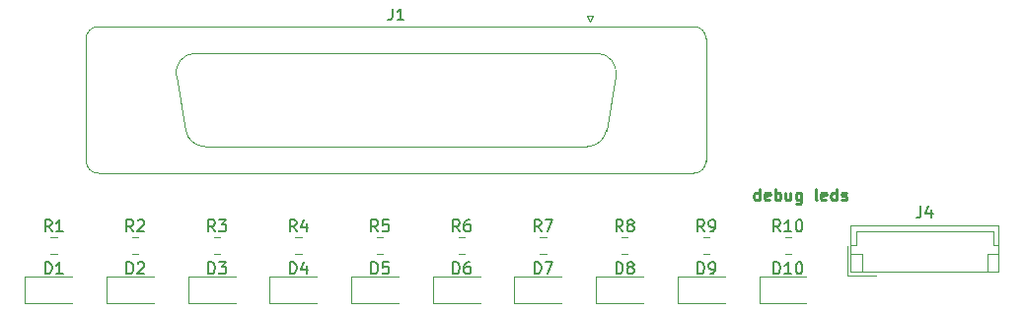
<source format=gbr>
%TF.GenerationSoftware,KiCad,Pcbnew,5.1.6-c6e7f7d~87~ubuntu20.04.1*%
%TF.CreationDate,2022-06-05T21:48:19+02:00*%
%TF.ProjectId,interface_up_left_side_arm,696e7465-7266-4616-9365-5f75705f6c65,rev?*%
%TF.SameCoordinates,PX770d850PY55ca120*%
%TF.FileFunction,Legend,Top*%
%TF.FilePolarity,Positive*%
%FSLAX46Y46*%
G04 Gerber Fmt 4.6, Leading zero omitted, Abs format (unit mm)*
G04 Created by KiCad (PCBNEW 5.1.6-c6e7f7d~87~ubuntu20.04.1) date 2022-06-05 21:48:19*
%MOMM*%
%LPD*%
G01*
G04 APERTURE LIST*
%ADD10C,0.250000*%
%ADD11C,0.120000*%
%ADD12C,0.150000*%
G04 APERTURE END LIST*
D10*
X64739640Y10809980D02*
X64739640Y11809980D01*
X64739640Y10857599D02*
X64644401Y10809980D01*
X64453925Y10809980D01*
X64358687Y10857599D01*
X64311068Y10905218D01*
X64263449Y11000456D01*
X64263449Y11286170D01*
X64311068Y11381408D01*
X64358687Y11429027D01*
X64453925Y11476646D01*
X64644401Y11476646D01*
X64739640Y11429027D01*
X65596782Y10857599D02*
X65501544Y10809980D01*
X65311068Y10809980D01*
X65215830Y10857599D01*
X65168211Y10952837D01*
X65168211Y11333789D01*
X65215830Y11429027D01*
X65311068Y11476646D01*
X65501544Y11476646D01*
X65596782Y11429027D01*
X65644401Y11333789D01*
X65644401Y11238551D01*
X65168211Y11143313D01*
X66072973Y10809980D02*
X66072973Y11809980D01*
X66072973Y11429027D02*
X66168211Y11476646D01*
X66358687Y11476646D01*
X66453925Y11429027D01*
X66501544Y11381408D01*
X66549163Y11286170D01*
X66549163Y11000456D01*
X66501544Y10905218D01*
X66453925Y10857599D01*
X66358687Y10809980D01*
X66168211Y10809980D01*
X66072973Y10857599D01*
X67406306Y11476646D02*
X67406306Y10809980D01*
X66977735Y11476646D02*
X66977735Y10952837D01*
X67025354Y10857599D01*
X67120592Y10809980D01*
X67263449Y10809980D01*
X67358687Y10857599D01*
X67406306Y10905218D01*
X68311068Y11476646D02*
X68311068Y10667122D01*
X68263449Y10571884D01*
X68215830Y10524265D01*
X68120592Y10476646D01*
X67977735Y10476646D01*
X67882497Y10524265D01*
X68311068Y10857599D02*
X68215830Y10809980D01*
X68025354Y10809980D01*
X67930116Y10857599D01*
X67882497Y10905218D01*
X67834878Y11000456D01*
X67834878Y11286170D01*
X67882497Y11381408D01*
X67930116Y11429027D01*
X68025354Y11476646D01*
X68215830Y11476646D01*
X68311068Y11429027D01*
X69692020Y10809980D02*
X69596782Y10857599D01*
X69549163Y10952837D01*
X69549163Y11809980D01*
X70453925Y10857599D02*
X70358687Y10809980D01*
X70168211Y10809980D01*
X70072973Y10857599D01*
X70025354Y10952837D01*
X70025354Y11333789D01*
X70072973Y11429027D01*
X70168211Y11476646D01*
X70358687Y11476646D01*
X70453925Y11429027D01*
X70501544Y11333789D01*
X70501544Y11238551D01*
X70025354Y11143313D01*
X71358687Y10809980D02*
X71358687Y11809980D01*
X71358687Y10857599D02*
X71263449Y10809980D01*
X71072973Y10809980D01*
X70977735Y10857599D01*
X70930116Y10905218D01*
X70882497Y11000456D01*
X70882497Y11286170D01*
X70930116Y11381408D01*
X70977735Y11429027D01*
X71072973Y11476646D01*
X71263449Y11476646D01*
X71358687Y11429027D01*
X71787259Y10857599D02*
X71882497Y10809980D01*
X72072973Y10809980D01*
X72168211Y10857599D01*
X72215830Y10952837D01*
X72215830Y11000456D01*
X72168211Y11095694D01*
X72072973Y11143313D01*
X71930116Y11143313D01*
X71834878Y11190932D01*
X71787259Y11286170D01*
X71787259Y11333789D01*
X71834878Y11429027D01*
X71930116Y11476646D01*
X72072973Y11476646D01*
X72168211Y11429027D01*
D11*
%TO.C,J1*%
X7994080Y25748440D02*
X59094080Y25748440D01*
X60154080Y24688440D02*
X60154080Y14188440D01*
X59094080Y13128440D02*
X7994080Y13128440D01*
X6934080Y14188440D02*
X6934080Y24688440D01*
X49914080Y26642778D02*
X50414080Y26642778D01*
X50414080Y26642778D02*
X50164080Y26209765D01*
X50164080Y26209765D02*
X49914080Y26642778D01*
X16312391Y23448440D02*
X50775769Y23448440D01*
X17141128Y15428440D02*
X49947032Y15428440D01*
X52410550Y21500184D02*
X51581813Y16800184D01*
X14677610Y21500184D02*
X15506347Y16800184D01*
X7994080Y25748440D02*
G75*
G03*
X6934080Y24688440I0J-1060000D01*
G01*
X60154080Y24688440D02*
G75*
G03*
X59094080Y25748440I-1060000J0D01*
G01*
X7994080Y13128440D02*
G75*
G02*
X6934080Y14188440I0J1060000D01*
G01*
X59094080Y13128440D02*
G75*
G03*
X60154080Y14188440I0J1060000D01*
G01*
X14677610Y21500184D02*
G75*
G02*
X16312391Y23448440I1634781J288256D01*
G01*
X52410550Y21500184D02*
G75*
G03*
X50775769Y23448440I-1634781J288256D01*
G01*
X15506347Y16800184D02*
G75*
G03*
X17141128Y15428440I1634781J288256D01*
G01*
X51581813Y16800184D02*
G75*
G02*
X49947032Y15428440I-1634781J288256D01*
G01*
%TO.C,J4*%
X72554080Y8666640D02*
X72554080Y4646640D01*
X72554080Y4646640D02*
X85274080Y4646640D01*
X85274080Y4646640D02*
X85274080Y8666640D01*
X85274080Y8666640D02*
X72554080Y8666640D01*
X72554080Y6956640D02*
X73054080Y6956640D01*
X73054080Y6956640D02*
X73054080Y8166640D01*
X73054080Y8166640D02*
X84774080Y8166640D01*
X84774080Y8166640D02*
X84774080Y6956640D01*
X84774080Y6956640D02*
X85274080Y6956640D01*
X72554080Y6146640D02*
X73554080Y6146640D01*
X73554080Y6146640D02*
X73554080Y4646640D01*
X85274080Y6146640D02*
X84274080Y6146640D01*
X84274080Y6146640D02*
X84274080Y4646640D01*
X72254080Y6846640D02*
X72254080Y4346640D01*
X72254080Y4346640D02*
X74754080Y4346640D01*
%TO.C,D1*%
X5764080Y4243940D02*
X1704080Y4243940D01*
X1704080Y4243940D02*
X1704080Y1973940D01*
X1704080Y1973940D02*
X5764080Y1973940D01*
%TO.C,D2*%
X12764080Y4243940D02*
X8704080Y4243940D01*
X8704080Y4243940D02*
X8704080Y1973940D01*
X8704080Y1973940D02*
X12764080Y1973940D01*
%TO.C,D3*%
X19764080Y4243940D02*
X15704080Y4243940D01*
X15704080Y4243940D02*
X15704080Y1973940D01*
X15704080Y1973940D02*
X19764080Y1973940D01*
%TO.C,D4*%
X22704080Y1973940D02*
X26764080Y1973940D01*
X22704080Y4243940D02*
X22704080Y1973940D01*
X26764080Y4243940D02*
X22704080Y4243940D01*
%TO.C,D5*%
X29704080Y1973940D02*
X33764080Y1973940D01*
X29704080Y4243940D02*
X29704080Y1973940D01*
X33764080Y4243940D02*
X29704080Y4243940D01*
%TO.C,D6*%
X40764080Y4243940D02*
X36704080Y4243940D01*
X36704080Y4243940D02*
X36704080Y1973940D01*
X36704080Y1973940D02*
X40764080Y1973940D01*
%TO.C,D7*%
X43704080Y1973940D02*
X47764080Y1973940D01*
X43704080Y4243940D02*
X43704080Y1973940D01*
X47764080Y4243940D02*
X43704080Y4243940D01*
%TO.C,D8*%
X50704080Y1973940D02*
X54764080Y1973940D01*
X50704080Y4243940D02*
X50704080Y1973940D01*
X54764080Y4243940D02*
X50704080Y4243940D01*
%TO.C,D9*%
X61764080Y4243940D02*
X57704080Y4243940D01*
X57704080Y4243940D02*
X57704080Y1973940D01*
X57704080Y1973940D02*
X61764080Y1973940D01*
%TO.C,D10*%
X64704080Y1973940D02*
X68764080Y1973940D01*
X64704080Y4243940D02*
X64704080Y1973940D01*
X68764080Y4243940D02*
X64704080Y4243940D01*
%TO.C,R1*%
X3905502Y6212740D02*
X4422658Y6212740D01*
X3905502Y7632740D02*
X4422658Y7632740D01*
%TO.C,R2*%
X10905502Y7632740D02*
X11422658Y7632740D01*
X10905502Y6212740D02*
X11422658Y6212740D01*
%TO.C,R3*%
X17905502Y7632740D02*
X18422658Y7632740D01*
X17905502Y6212740D02*
X18422658Y6212740D01*
%TO.C,R4*%
X24905502Y6212740D02*
X25422658Y6212740D01*
X24905502Y7632740D02*
X25422658Y7632740D01*
%TO.C,R5*%
X31905502Y6212740D02*
X32422658Y6212740D01*
X31905502Y7632740D02*
X32422658Y7632740D01*
%TO.C,R6*%
X38905502Y7632740D02*
X39422658Y7632740D01*
X38905502Y6212740D02*
X39422658Y6212740D01*
%TO.C,R7*%
X45905502Y6212740D02*
X46422658Y6212740D01*
X45905502Y7632740D02*
X46422658Y7632740D01*
%TO.C,R8*%
X52905502Y7632740D02*
X53422658Y7632740D01*
X52905502Y6212740D02*
X53422658Y6212740D01*
%TO.C,R9*%
X59905502Y6212740D02*
X60422658Y6212740D01*
X59905502Y7632740D02*
X60422658Y7632740D01*
%TO.C,R10*%
X66905502Y7632740D02*
X67422658Y7632740D01*
X66905502Y6212740D02*
X67422658Y6212740D01*
%TO.C,J1*%
D12*
X33210746Y27296060D02*
X33210746Y26581774D01*
X33163127Y26438917D01*
X33067889Y26343679D01*
X32925032Y26296060D01*
X32829794Y26296060D01*
X34210746Y26296060D02*
X33639318Y26296060D01*
X33925032Y26296060D02*
X33925032Y27296060D01*
X33829794Y27153202D01*
X33734556Y27057964D01*
X33639318Y27010345D01*
%TO.C,J4*%
X78580746Y10304260D02*
X78580746Y9589974D01*
X78533127Y9447117D01*
X78437889Y9351879D01*
X78295032Y9304260D01*
X78199794Y9304260D01*
X79485508Y9970926D02*
X79485508Y9304260D01*
X79247413Y10351879D02*
X79009318Y9637593D01*
X79628365Y9637593D01*
%TO.C,D1*%
X3425984Y4476560D02*
X3425984Y5476560D01*
X3664080Y5476560D01*
X3806937Y5428940D01*
X3902175Y5333702D01*
X3949794Y5238464D01*
X3997413Y5047988D01*
X3997413Y4905131D01*
X3949794Y4714655D01*
X3902175Y4619417D01*
X3806937Y4524179D01*
X3664080Y4476560D01*
X3425984Y4476560D01*
X4949794Y4476560D02*
X4378365Y4476560D01*
X4664080Y4476560D02*
X4664080Y5476560D01*
X4568841Y5333702D01*
X4473603Y5238464D01*
X4378365Y5190845D01*
%TO.C,D2*%
X10425984Y4476560D02*
X10425984Y5476560D01*
X10664080Y5476560D01*
X10806937Y5428940D01*
X10902175Y5333702D01*
X10949794Y5238464D01*
X10997413Y5047988D01*
X10997413Y4905131D01*
X10949794Y4714655D01*
X10902175Y4619417D01*
X10806937Y4524179D01*
X10664080Y4476560D01*
X10425984Y4476560D01*
X11378365Y5381321D02*
X11425984Y5428940D01*
X11521222Y5476560D01*
X11759318Y5476560D01*
X11854556Y5428940D01*
X11902175Y5381321D01*
X11949794Y5286083D01*
X11949794Y5190845D01*
X11902175Y5047988D01*
X11330746Y4476560D01*
X11949794Y4476560D01*
%TO.C,D3*%
X17425984Y4476560D02*
X17425984Y5476560D01*
X17664080Y5476560D01*
X17806937Y5428940D01*
X17902175Y5333702D01*
X17949794Y5238464D01*
X17997413Y5047988D01*
X17997413Y4905131D01*
X17949794Y4714655D01*
X17902175Y4619417D01*
X17806937Y4524179D01*
X17664080Y4476560D01*
X17425984Y4476560D01*
X18330746Y5476560D02*
X18949794Y5476560D01*
X18616460Y5095607D01*
X18759318Y5095607D01*
X18854556Y5047988D01*
X18902175Y5000369D01*
X18949794Y4905131D01*
X18949794Y4667036D01*
X18902175Y4571798D01*
X18854556Y4524179D01*
X18759318Y4476560D01*
X18473603Y4476560D01*
X18378365Y4524179D01*
X18330746Y4571798D01*
%TO.C,D4*%
X24425984Y4476560D02*
X24425984Y5476560D01*
X24664080Y5476560D01*
X24806937Y5428940D01*
X24902175Y5333702D01*
X24949794Y5238464D01*
X24997413Y5047988D01*
X24997413Y4905131D01*
X24949794Y4714655D01*
X24902175Y4619417D01*
X24806937Y4524179D01*
X24664080Y4476560D01*
X24425984Y4476560D01*
X25854556Y5143226D02*
X25854556Y4476560D01*
X25616460Y5524179D02*
X25378365Y4809893D01*
X25997413Y4809893D01*
%TO.C,D5*%
X31425984Y4476560D02*
X31425984Y5476560D01*
X31664080Y5476560D01*
X31806937Y5428940D01*
X31902175Y5333702D01*
X31949794Y5238464D01*
X31997413Y5047988D01*
X31997413Y4905131D01*
X31949794Y4714655D01*
X31902175Y4619417D01*
X31806937Y4524179D01*
X31664080Y4476560D01*
X31425984Y4476560D01*
X32902175Y5476560D02*
X32425984Y5476560D01*
X32378365Y5000369D01*
X32425984Y5047988D01*
X32521222Y5095607D01*
X32759318Y5095607D01*
X32854556Y5047988D01*
X32902175Y5000369D01*
X32949794Y4905131D01*
X32949794Y4667036D01*
X32902175Y4571798D01*
X32854556Y4524179D01*
X32759318Y4476560D01*
X32521222Y4476560D01*
X32425984Y4524179D01*
X32378365Y4571798D01*
%TO.C,D6*%
X38425984Y4476560D02*
X38425984Y5476560D01*
X38664080Y5476560D01*
X38806937Y5428940D01*
X38902175Y5333702D01*
X38949794Y5238464D01*
X38997413Y5047988D01*
X38997413Y4905131D01*
X38949794Y4714655D01*
X38902175Y4619417D01*
X38806937Y4524179D01*
X38664080Y4476560D01*
X38425984Y4476560D01*
X39854556Y5476560D02*
X39664080Y5476560D01*
X39568841Y5428940D01*
X39521222Y5381321D01*
X39425984Y5238464D01*
X39378365Y5047988D01*
X39378365Y4667036D01*
X39425984Y4571798D01*
X39473603Y4524179D01*
X39568841Y4476560D01*
X39759318Y4476560D01*
X39854556Y4524179D01*
X39902175Y4571798D01*
X39949794Y4667036D01*
X39949794Y4905131D01*
X39902175Y5000369D01*
X39854556Y5047988D01*
X39759318Y5095607D01*
X39568841Y5095607D01*
X39473603Y5047988D01*
X39425984Y5000369D01*
X39378365Y4905131D01*
%TO.C,D7*%
X45425984Y4476560D02*
X45425984Y5476560D01*
X45664080Y5476560D01*
X45806937Y5428940D01*
X45902175Y5333702D01*
X45949794Y5238464D01*
X45997413Y5047988D01*
X45997413Y4905131D01*
X45949794Y4714655D01*
X45902175Y4619417D01*
X45806937Y4524179D01*
X45664080Y4476560D01*
X45425984Y4476560D01*
X46330746Y5476560D02*
X46997413Y5476560D01*
X46568841Y4476560D01*
%TO.C,D8*%
X52425984Y4476560D02*
X52425984Y5476560D01*
X52664080Y5476560D01*
X52806937Y5428940D01*
X52902175Y5333702D01*
X52949794Y5238464D01*
X52997413Y5047988D01*
X52997413Y4905131D01*
X52949794Y4714655D01*
X52902175Y4619417D01*
X52806937Y4524179D01*
X52664080Y4476560D01*
X52425984Y4476560D01*
X53568841Y5047988D02*
X53473603Y5095607D01*
X53425984Y5143226D01*
X53378365Y5238464D01*
X53378365Y5286083D01*
X53425984Y5381321D01*
X53473603Y5428940D01*
X53568841Y5476560D01*
X53759318Y5476560D01*
X53854556Y5428940D01*
X53902175Y5381321D01*
X53949794Y5286083D01*
X53949794Y5238464D01*
X53902175Y5143226D01*
X53854556Y5095607D01*
X53759318Y5047988D01*
X53568841Y5047988D01*
X53473603Y5000369D01*
X53425984Y4952750D01*
X53378365Y4857512D01*
X53378365Y4667036D01*
X53425984Y4571798D01*
X53473603Y4524179D01*
X53568841Y4476560D01*
X53759318Y4476560D01*
X53854556Y4524179D01*
X53902175Y4571798D01*
X53949794Y4667036D01*
X53949794Y4857512D01*
X53902175Y4952750D01*
X53854556Y5000369D01*
X53759318Y5047988D01*
%TO.C,D9*%
X59425984Y4476560D02*
X59425984Y5476560D01*
X59664080Y5476560D01*
X59806937Y5428940D01*
X59902175Y5333702D01*
X59949794Y5238464D01*
X59997413Y5047988D01*
X59997413Y4905131D01*
X59949794Y4714655D01*
X59902175Y4619417D01*
X59806937Y4524179D01*
X59664080Y4476560D01*
X59425984Y4476560D01*
X60473603Y4476560D02*
X60664080Y4476560D01*
X60759318Y4524179D01*
X60806937Y4571798D01*
X60902175Y4714655D01*
X60949794Y4905131D01*
X60949794Y5286083D01*
X60902175Y5381321D01*
X60854556Y5428940D01*
X60759318Y5476560D01*
X60568841Y5476560D01*
X60473603Y5428940D01*
X60425984Y5381321D01*
X60378365Y5286083D01*
X60378365Y5047988D01*
X60425984Y4952750D01*
X60473603Y4905131D01*
X60568841Y4857512D01*
X60759318Y4857512D01*
X60854556Y4905131D01*
X60902175Y4952750D01*
X60949794Y5047988D01*
%TO.C,D10*%
X65949794Y4476560D02*
X65949794Y5476560D01*
X66187889Y5476560D01*
X66330746Y5428940D01*
X66425984Y5333702D01*
X66473603Y5238464D01*
X66521222Y5047988D01*
X66521222Y4905131D01*
X66473603Y4714655D01*
X66425984Y4619417D01*
X66330746Y4524179D01*
X66187889Y4476560D01*
X65949794Y4476560D01*
X67473603Y4476560D02*
X66902175Y4476560D01*
X67187889Y4476560D02*
X67187889Y5476560D01*
X67092651Y5333702D01*
X66997413Y5238464D01*
X66902175Y5190845D01*
X68092651Y5476560D02*
X68187889Y5476560D01*
X68283127Y5428940D01*
X68330746Y5381321D01*
X68378365Y5286083D01*
X68425984Y5095607D01*
X68425984Y4857512D01*
X68378365Y4667036D01*
X68330746Y4571798D01*
X68283127Y4524179D01*
X68187889Y4476560D01*
X68092651Y4476560D01*
X67997413Y4524179D01*
X67949794Y4571798D01*
X67902175Y4667036D01*
X67854556Y4857512D01*
X67854556Y5095607D01*
X67902175Y5286083D01*
X67949794Y5381321D01*
X67997413Y5428940D01*
X68092651Y5476560D01*
%TO.C,R1*%
X3997413Y8120360D02*
X3664080Y8596550D01*
X3425984Y8120360D02*
X3425984Y9120360D01*
X3806937Y9120360D01*
X3902175Y9072740D01*
X3949794Y9025121D01*
X3997413Y8929883D01*
X3997413Y8787026D01*
X3949794Y8691788D01*
X3902175Y8644169D01*
X3806937Y8596550D01*
X3425984Y8596550D01*
X4949794Y8120360D02*
X4378365Y8120360D01*
X4664080Y8120360D02*
X4664080Y9120360D01*
X4568841Y8977502D01*
X4473603Y8882264D01*
X4378365Y8834645D01*
%TO.C,R2*%
X10997413Y8120360D02*
X10664080Y8596550D01*
X10425984Y8120360D02*
X10425984Y9120360D01*
X10806937Y9120360D01*
X10902175Y9072740D01*
X10949794Y9025121D01*
X10997413Y8929883D01*
X10997413Y8787026D01*
X10949794Y8691788D01*
X10902175Y8644169D01*
X10806937Y8596550D01*
X10425984Y8596550D01*
X11378365Y9025121D02*
X11425984Y9072740D01*
X11521222Y9120360D01*
X11759318Y9120360D01*
X11854556Y9072740D01*
X11902175Y9025121D01*
X11949794Y8929883D01*
X11949794Y8834645D01*
X11902175Y8691788D01*
X11330746Y8120360D01*
X11949794Y8120360D01*
%TO.C,R3*%
X17997413Y8120360D02*
X17664080Y8596550D01*
X17425984Y8120360D02*
X17425984Y9120360D01*
X17806937Y9120360D01*
X17902175Y9072740D01*
X17949794Y9025121D01*
X17997413Y8929883D01*
X17997413Y8787026D01*
X17949794Y8691788D01*
X17902175Y8644169D01*
X17806937Y8596550D01*
X17425984Y8596550D01*
X18330746Y9120360D02*
X18949794Y9120360D01*
X18616460Y8739407D01*
X18759318Y8739407D01*
X18854556Y8691788D01*
X18902175Y8644169D01*
X18949794Y8548931D01*
X18949794Y8310836D01*
X18902175Y8215598D01*
X18854556Y8167979D01*
X18759318Y8120360D01*
X18473603Y8120360D01*
X18378365Y8167979D01*
X18330746Y8215598D01*
%TO.C,R4*%
X24997413Y8120360D02*
X24664080Y8596550D01*
X24425984Y8120360D02*
X24425984Y9120360D01*
X24806937Y9120360D01*
X24902175Y9072740D01*
X24949794Y9025121D01*
X24997413Y8929883D01*
X24997413Y8787026D01*
X24949794Y8691788D01*
X24902175Y8644169D01*
X24806937Y8596550D01*
X24425984Y8596550D01*
X25854556Y8787026D02*
X25854556Y8120360D01*
X25616460Y9167979D02*
X25378365Y8453693D01*
X25997413Y8453693D01*
%TO.C,R5*%
X31997413Y8120360D02*
X31664080Y8596550D01*
X31425984Y8120360D02*
X31425984Y9120360D01*
X31806937Y9120360D01*
X31902175Y9072740D01*
X31949794Y9025121D01*
X31997413Y8929883D01*
X31997413Y8787026D01*
X31949794Y8691788D01*
X31902175Y8644169D01*
X31806937Y8596550D01*
X31425984Y8596550D01*
X32902175Y9120360D02*
X32425984Y9120360D01*
X32378365Y8644169D01*
X32425984Y8691788D01*
X32521222Y8739407D01*
X32759318Y8739407D01*
X32854556Y8691788D01*
X32902175Y8644169D01*
X32949794Y8548931D01*
X32949794Y8310836D01*
X32902175Y8215598D01*
X32854556Y8167979D01*
X32759318Y8120360D01*
X32521222Y8120360D01*
X32425984Y8167979D01*
X32378365Y8215598D01*
%TO.C,R6*%
X38997413Y8120360D02*
X38664080Y8596550D01*
X38425984Y8120360D02*
X38425984Y9120360D01*
X38806937Y9120360D01*
X38902175Y9072740D01*
X38949794Y9025121D01*
X38997413Y8929883D01*
X38997413Y8787026D01*
X38949794Y8691788D01*
X38902175Y8644169D01*
X38806937Y8596550D01*
X38425984Y8596550D01*
X39854556Y9120360D02*
X39664080Y9120360D01*
X39568841Y9072740D01*
X39521222Y9025121D01*
X39425984Y8882264D01*
X39378365Y8691788D01*
X39378365Y8310836D01*
X39425984Y8215598D01*
X39473603Y8167979D01*
X39568841Y8120360D01*
X39759318Y8120360D01*
X39854556Y8167979D01*
X39902175Y8215598D01*
X39949794Y8310836D01*
X39949794Y8548931D01*
X39902175Y8644169D01*
X39854556Y8691788D01*
X39759318Y8739407D01*
X39568841Y8739407D01*
X39473603Y8691788D01*
X39425984Y8644169D01*
X39378365Y8548931D01*
%TO.C,R7*%
X45997413Y8120360D02*
X45664080Y8596550D01*
X45425984Y8120360D02*
X45425984Y9120360D01*
X45806937Y9120360D01*
X45902175Y9072740D01*
X45949794Y9025121D01*
X45997413Y8929883D01*
X45997413Y8787026D01*
X45949794Y8691788D01*
X45902175Y8644169D01*
X45806937Y8596550D01*
X45425984Y8596550D01*
X46330746Y9120360D02*
X46997413Y9120360D01*
X46568841Y8120360D01*
%TO.C,R8*%
X52997413Y8120360D02*
X52664080Y8596550D01*
X52425984Y8120360D02*
X52425984Y9120360D01*
X52806937Y9120360D01*
X52902175Y9072740D01*
X52949794Y9025121D01*
X52997413Y8929883D01*
X52997413Y8787026D01*
X52949794Y8691788D01*
X52902175Y8644169D01*
X52806937Y8596550D01*
X52425984Y8596550D01*
X53568841Y8691788D02*
X53473603Y8739407D01*
X53425984Y8787026D01*
X53378365Y8882264D01*
X53378365Y8929883D01*
X53425984Y9025121D01*
X53473603Y9072740D01*
X53568841Y9120360D01*
X53759318Y9120360D01*
X53854556Y9072740D01*
X53902175Y9025121D01*
X53949794Y8929883D01*
X53949794Y8882264D01*
X53902175Y8787026D01*
X53854556Y8739407D01*
X53759318Y8691788D01*
X53568841Y8691788D01*
X53473603Y8644169D01*
X53425984Y8596550D01*
X53378365Y8501312D01*
X53378365Y8310836D01*
X53425984Y8215598D01*
X53473603Y8167979D01*
X53568841Y8120360D01*
X53759318Y8120360D01*
X53854556Y8167979D01*
X53902175Y8215598D01*
X53949794Y8310836D01*
X53949794Y8501312D01*
X53902175Y8596550D01*
X53854556Y8644169D01*
X53759318Y8691788D01*
%TO.C,R9*%
X59997413Y8120360D02*
X59664080Y8596550D01*
X59425984Y8120360D02*
X59425984Y9120360D01*
X59806937Y9120360D01*
X59902175Y9072740D01*
X59949794Y9025121D01*
X59997413Y8929883D01*
X59997413Y8787026D01*
X59949794Y8691788D01*
X59902175Y8644169D01*
X59806937Y8596550D01*
X59425984Y8596550D01*
X60473603Y8120360D02*
X60664080Y8120360D01*
X60759318Y8167979D01*
X60806937Y8215598D01*
X60902175Y8358455D01*
X60949794Y8548931D01*
X60949794Y8929883D01*
X60902175Y9025121D01*
X60854556Y9072740D01*
X60759318Y9120360D01*
X60568841Y9120360D01*
X60473603Y9072740D01*
X60425984Y9025121D01*
X60378365Y8929883D01*
X60378365Y8691788D01*
X60425984Y8596550D01*
X60473603Y8548931D01*
X60568841Y8501312D01*
X60759318Y8501312D01*
X60854556Y8548931D01*
X60902175Y8596550D01*
X60949794Y8691788D01*
%TO.C,R10*%
X66521222Y8120360D02*
X66187889Y8596550D01*
X65949794Y8120360D02*
X65949794Y9120360D01*
X66330746Y9120360D01*
X66425984Y9072740D01*
X66473603Y9025121D01*
X66521222Y8929883D01*
X66521222Y8787026D01*
X66473603Y8691788D01*
X66425984Y8644169D01*
X66330746Y8596550D01*
X65949794Y8596550D01*
X67473603Y8120360D02*
X66902175Y8120360D01*
X67187889Y8120360D02*
X67187889Y9120360D01*
X67092651Y8977502D01*
X66997413Y8882264D01*
X66902175Y8834645D01*
X68092651Y9120360D02*
X68187889Y9120360D01*
X68283127Y9072740D01*
X68330746Y9025121D01*
X68378365Y8929883D01*
X68425984Y8739407D01*
X68425984Y8501312D01*
X68378365Y8310836D01*
X68330746Y8215598D01*
X68283127Y8167979D01*
X68187889Y8120360D01*
X68092651Y8120360D01*
X67997413Y8167979D01*
X67949794Y8215598D01*
X67902175Y8310836D01*
X67854556Y8501312D01*
X67854556Y8739407D01*
X67902175Y8929883D01*
X67949794Y9025121D01*
X67997413Y9072740D01*
X68092651Y9120360D01*
%TD*%
M02*

</source>
